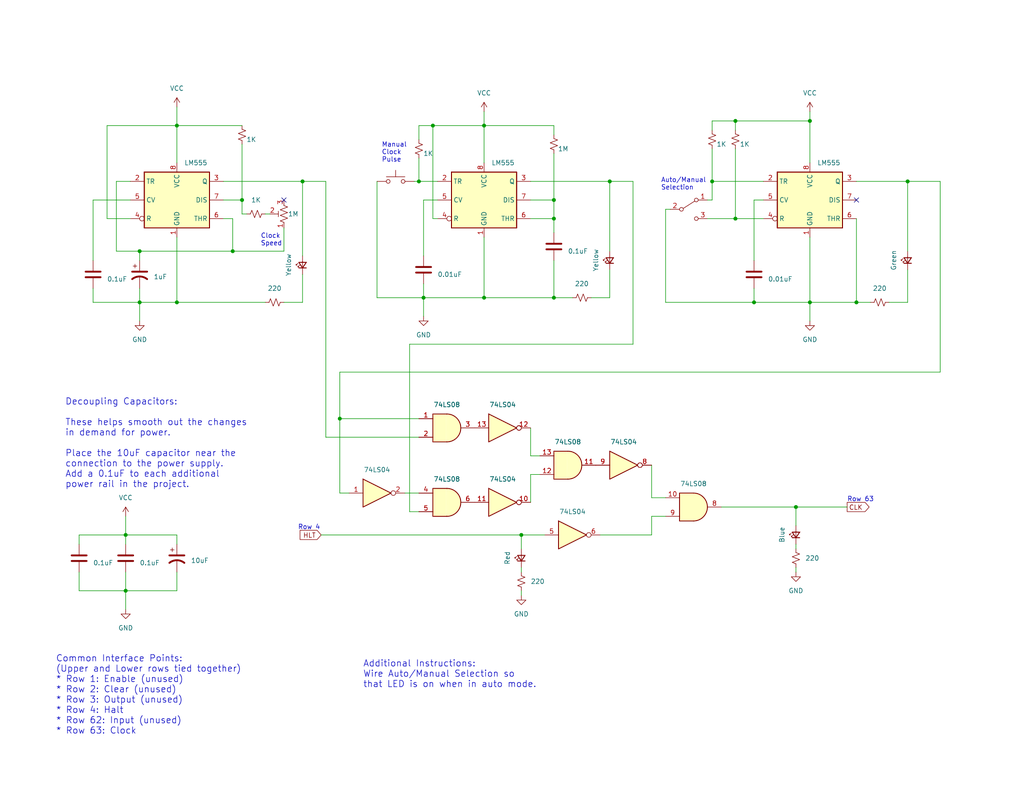
<source format=kicad_sch>
(kicad_sch (version 20211123) (generator eeschema)
  (paper "USLetter")
  (title_block (title "Clock Module") (date "2022-01-23"))
  (lib_symbols
    (symbol "74xx:74LS04"
      (property "Reference" "U" (at 0 1.27 0))
      (property "Value" "74LS04" (at 0 -1.27 0))
      (symbol "74LS04_1_0"
        (polyline (pts (xy -3.81 3.81) (xy -3.81 -3.81) (xy 3.81 0) (xy -3.81 3.81)) (stroke (width 0.254)) (fill (type background)))
        (pin input line (at -7.62 0 0) (length 3.81) (name "~") (number "1"))
        (pin output inverted (at 7.62 0 180) (length 3.81) (name "~") (number "2"))
      )
      (symbol "74LS04_2_0"
        (polyline (pts (xy -3.81 3.81) (xy -3.81 -3.81) (xy 3.81 0) (xy -3.81 3.81)) (stroke (width 0.254)) (fill (type background)))
        (pin input line (at -7.62 0 0) (length 3.81) (name "~") (number "3"))
        (pin output inverted (at 7.62 0 180) (length 3.81) (name "~") (number "4"))
      )
      (symbol "74LS04_3_0"
        (polyline (pts (xy -3.81 3.81) (xy -3.81 -3.81) (xy 3.81 0) (xy -3.81 3.81)) (stroke (width 0.254)) (fill (type background)))
        (pin input line (at -7.62 0 0) (length 3.81) (name "~") (number "5"))
        (pin output inverted (at 7.62 0 180) (length 3.81) (name "~") (number "6"))
      )
      (symbol "74LS04_4_0"
        (polyline (pts (xy -3.81 3.81) (xy -3.81 -3.81) (xy 3.81 0) (xy -3.81 3.81)) (stroke (width 0.254)) (fill (type background)))
        (pin output inverted (at 7.62 0 180) (length 3.81) (name "~") (number "8"))
        (pin input line (at -7.62 0 0) (length 3.81) (name "~") (number "9"))
      )
      (symbol "74LS04_5_0"
        (polyline (pts (xy -3.81 3.81) (xy -3.81 -3.81) (xy 3.81 0) (xy -3.81 3.81)) (stroke (width 0.254)) (fill (type background)))
        (pin output inverted (at 7.62 0 180) (length 3.81) (name "~") (number "10"))
        (pin input line (at -7.62 0 0) (length 3.81) (name "~") (number "11"))
      )
      (symbol "74LS04_6_0"
        (polyline (pts (xy -3.81 3.81) (xy -3.81 -3.81) (xy 3.81 0) (xy -3.81 3.81)) (stroke (width 0.254)) (fill (type background)))
        (pin output inverted (at 7.62 0 180) (length 3.81) (name "~") (number "12"))
        (pin input line (at -7.62 0 0) (length 3.81) (name "~") (number "13"))
      )
      (symbol "74LS04_7_0"
        (pin power_in line (at 0 12.7 270) (length 5.08) (name "VCC") (number "14"))
        (pin power_in line (at 0 -12.7 90) (length 5.08) (name "GND") (number "7"))
      )
      (symbol "74LS04_7_1"
        (rectangle (start -5.08 7.62) (end 5.08 -7.62) (stroke (width 0.254)) (fill (type background)))
      )
    )
    (symbol "74xx:74LS08" (pin_names (offset 1.016))
      (property "Reference" "U" (at 0 1.27 0))
      (property "Value" "74LS08" (at 0 -1.27 0))
      (symbol "74LS08_1_1"
        (arc (start 0 -3.81) (mid 3.81 0) (end 0 3.81) (stroke (width 0.254)) (fill (type background)))
        (polyline (pts (xy 0 3.81) (xy -3.81 3.81) (xy -3.81 -3.81) (xy 0 -3.81)) (stroke (width 0.254)) (fill (type background)))
        (pin input line (at -7.62 2.54 0) (length 3.81) (name "~") (number "1"))
        (pin input line (at -7.62 -2.54 0) (length 3.81) (name "~") (number "2"))
        (pin output line (at 7.62 0 180) (length 3.81) (name "~") (number "3"))
      )
      (symbol "74LS08_1_2"
        (arc (start -3.81 -3.81) (mid -2.589 0) (end -3.81 3.81) (stroke (width 0.254)))
        (arc (start -0.6096 -3.81) (mid 2.1855 -2.584) (end 3.81 0) (stroke (width 0.254)) (fill (type background)))
        (polyline (pts (xy -3.81 -3.81) (xy -0.635 -3.81)) (stroke (width 0.254)) (fill (type background)))
        (polyline (pts (xy -3.81 3.81) (xy -0.635 3.81)) (stroke (width 0.254)) (fill (type background)))
        (polyline (pts (xy -0.635 3.81) (xy -3.81 3.81) (xy -3.81 3.81) (xy -3.556 3.4036) (xy -3.0226 2.2606) (xy -2.6924 1.0414) (xy -2.6162 -0.254) (xy -2.7686 -1.4986) (xy -3.175 -2.7178) (xy -3.81 -3.81) (xy -3.81 -3.81) (xy -0.635 -3.81)) (stroke (width -25.4)) (fill (type background)))
        (arc (start 3.81 0) (mid 2.1928 2.5925) (end -0.6096 3.81) (stroke (width 0.254)) (fill (type background)))
        (pin input inverted (at -7.62 2.54 0) (length 4.318) (name "~") (number "1"))
        (pin input inverted (at -7.62 -2.54 0) (length 4.318) (name "~") (number "2"))
        (pin output inverted (at 7.62 0 180) (length 3.81) (name "~") (number "3"))
      )
      (symbol "74LS08_2_1"
        (arc (start 0 -3.81) (mid 3.81 0) (end 0 3.81) (stroke (width 0.254)) (fill (type background)))
        (polyline (pts (xy 0 3.81) (xy -3.81 3.81) (xy -3.81 -3.81) (xy 0 -3.81)) (stroke (width 0.254)) (fill (type background)))
        (pin input line (at -7.62 2.54 0) (length 3.81) (name "~") (number "4"))
        (pin input line (at -7.62 -2.54 0) (length 3.81) (name "~") (number "5"))
        (pin output line (at 7.62 0 180) (length 3.81) (name "~") (number "6"))
      )
      (symbol "74LS08_2_2"
        (arc (start -3.81 -3.81) (mid -2.589 0) (end -3.81 3.81) (stroke (width 0.254)))
        (arc (start -0.6096 -3.81) (mid 2.1855 -2.584) (end 3.81 0) (stroke (width 0.254)) (fill (type background)))
        (polyline (pts (xy -3.81 -3.81) (xy -0.635 -3.81)) (stroke (width 0.254)) (fill (type background)))
        (polyline (pts (xy -3.81 3.81) (xy -0.635 3.81)) (stroke (width 0.254)) (fill (type background)))
        (polyline (pts (xy -0.635 3.81) (xy -3.81 3.81) (xy -3.81 3.81) (xy -3.556 3.4036) (xy -3.0226 2.2606) (xy -2.6924 1.0414) (xy -2.6162 -0.254) (xy -2.7686 -1.4986) (xy -3.175 -2.7178) (xy -3.81 -3.81) (xy -3.81 -3.81) (xy -0.635 -3.81)) (stroke (width -25.4)) (fill (type background)))
        (arc (start 3.81 0) (mid 2.1928 2.5925) (end -0.6096 3.81) (stroke (width 0.254)) (fill (type background)))
        (pin input inverted (at -7.62 2.54 0) (length 4.318) (name "~") (number "4"))
        (pin input inverted (at -7.62 -2.54 0) (length 4.318) (name "~") (number "5"))
        (pin output inverted (at 7.62 0 180) (length 3.81) (name "~") (number "6"))
      )
      (symbol "74LS08_3_1"
        (arc (start 0 -3.81) (mid 3.81 0) (end 0 3.81) (stroke (width 0.254)) (fill (type background)))
        (polyline (pts (xy 0 3.81) (xy -3.81 3.81) (xy -3.81 -3.81) (xy 0 -3.81)) (stroke (width 0.254)) (fill (type background)))
        (pin input line (at -7.62 -2.54 0) (length 3.81) (name "~") (number "10"))
        (pin output line (at 7.62 0 180) (length 3.81) (name "~") (number "8"))
        (pin input line (at -7.62 2.54 0) (length 3.81) (name "~") (number "9"))
      )
      (symbol "74LS08_3_2"
        (arc (start -3.81 -3.81) (mid -2.589 0) (end -3.81 3.81) (stroke (width 0.254)))
        (arc (start -0.6096 -3.81) (mid 2.1855 -2.584) (end 3.81 0) (stroke (width 0.254)) (fill (type background)))
        (polyline (pts (xy -3.81 -3.81) (xy -0.635 -3.81)) (stroke (width 0.254)) (fill (type background)))
        (polyline (pts (xy -3.81 3.81) (xy -0.635 3.81)) (stroke (width 0.254)) (fill (type background)))
        (polyline (pts (xy -0.635 3.81) (xy -3.81 3.81) (xy -3.81 3.81) (xy -3.556 3.4036) (xy -3.0226 2.2606) (xy -2.6924 1.0414) (xy -2.6162 -0.254) (xy -2.7686 -1.4986) (xy -3.175 -2.7178) (xy -3.81 -3.81) (xy -3.81 -3.81) (xy -0.635 -3.81)) (stroke (width -25.4)) (fill (type background)))
        (arc (start 3.81 0) (mid 2.1928 2.5925) (end -0.6096 3.81) (stroke (width 0.254)) (fill (type background)))
        (pin input inverted (at -7.62 -2.54 0) (length 4.318) (name "~") (number "10"))
        (pin output inverted (at 7.62 0 180) (length 3.81) (name "~") (number "8"))
        (pin input inverted (at -7.62 2.54 0) (length 4.318) (name "~") (number "9"))
      )
      (symbol "74LS08_4_1"
        (arc (start 0 -3.81) (mid 3.81 0) (end 0 3.81) (stroke (width 0.254)) (fill (type background)))
        (polyline (pts (xy 0 3.81) (xy -3.81 3.81) (xy -3.81 -3.81) (xy 0 -3.81)) (stroke (width 0.254)) (fill (type background)))
        (pin output line (at 7.62 0 180) (length 3.81) (name "~") (number "11"))
        (pin input line (at -7.62 2.54 0) (length 3.81) (name "~") (number "12"))
        (pin input line (at -7.62 -2.54 0) (length 3.81) (name "~") (number "13"))
      )
      (symbol "74LS08_4_2"
        (arc (start -3.81 -3.81) (mid -2.589 0) (end -3.81 3.81) (stroke (width 0.254)))
        (arc (start -0.6096 -3.81) (mid 2.1855 -2.584) (end 3.81 0) (stroke (width 0.254)) (fill (type background)))
        (polyline (pts (xy -3.81 -3.81) (xy -0.635 -3.81)) (stroke (width 0.254)) (fill (type background)))
        (polyline (pts (xy -3.81 3.81) (xy -0.635 3.81)) (stroke (width 0.254)) (fill (type background)))
        (polyline (pts (xy -0.635 3.81) (xy -3.81 3.81) (xy -3.81 3.81) (xy -3.556 3.4036) (xy -3.0226 2.2606) (xy -2.6924 1.0414) (xy -2.6162 -0.254) (xy -2.7686 -1.4986) (xy -3.175 -2.7178) (xy -3.81 -3.81) (xy -3.81 -3.81) (xy -0.635 -3.81)) (stroke (width -25.4)) (fill (type background)))
        (arc (start 3.81 0) (mid 2.1928 2.5925) (end -0.6096 3.81) (stroke (width 0.254)) (fill (type background)))
        (pin output inverted (at 7.62 0 180) (length 3.81) (name "~") (number "11"))
        (pin input inverted (at -7.62 2.54 0) (length 4.318) (name "~") (number "12"))
        (pin input inverted (at -7.62 -2.54 0) (length 4.318) (name "~") (number "13"))
      )
      (symbol "74LS08_5_0"
        (pin power_in line (at 0 12.7 270) (length 5.08) (name "VCC") (number "14"))
        (pin power_in line (at 0 -12.7 90) (length 5.08) (name "GND") (number "7"))
      )
      (symbol "74LS08_5_1"
        (rectangle (start -5.08 7.62) (end 5.08 -7.62) (stroke (width 0.254)) (fill (type background)))
      )
    )
    (symbol "Device:C" (pin_numbers hide) (pin_names (offset 0.254))
      (property "Reference" "C" (at 0.635 2.54 0))
      (property "Value" "C" (at 0.635 -2.54 0))
      (symbol "C_0_1"
        (polyline (pts (xy -2.032 -0.762) (xy 2.032 -0.762)) (stroke (width 0.508)))
        (polyline (pts (xy -2.032 0.762) (xy 2.032 0.762)) (stroke (width 0.508)))
      )
      (symbol "C_1_1"
        (pin passive line (at 0 3.81 270) (length 2.794) (name "~") (number "1"))
        (pin passive line (at 0 -3.81 90) (length 2.794) (name "~") (number "2"))
      )
    )
    (symbol "Device:C_Polarized_US" (pin_numbers hide) (pin_names (offset 0.254) hide)
      (property "Reference" "C" (at 0.635 2.54 0))
      (property "Value" "C_Polarized_US" (at 0.635 -2.54 0))
      (symbol "C_Polarized_US_0_1"
        (polyline (pts (xy -2.032 0.762) (xy 2.032 0.762)) (stroke (width 0.508)))
        (polyline (pts (xy -1.778 2.286) (xy -0.762 2.286)))
        (polyline (pts (xy -1.27 1.778) (xy -1.27 2.794)))
        (arc (start 2.032 -1.27) (mid 0 -0.5572) (end -2.032 -1.27) (stroke (width 0.508)))
      )
      (symbol "C_Polarized_US_1_1"
        (pin passive line (at 0 3.81 270) (length 2.794) (name "~") (number "1"))
        (pin passive line (at 0 -3.81 90) (length 3.302) (name "~") (number "2"))
      )
    )
    (symbol "Device:LED_Small" (pin_numbers hide) (pin_names (offset 0.254) hide)
      (property "Reference" "D" (at -1.27 3.175 0))
      (property "Value" "LED_Small" (at -4.445 -2.54 0))
      (symbol "LED_Small_0_1"
        (polyline (pts (xy -0.762 -1.016) (xy -0.762 1.016)) (stroke (width 0.254)))
        (polyline (pts (xy 1.016 0) (xy -0.762 0)))
        (polyline (pts (xy 0.762 -1.016) (xy -0.762 0) (xy 0.762 1.016) (xy 0.762 -1.016)) (stroke (width 0.254)))
        (polyline (pts (xy 0 0.762) (xy -0.508 1.27) (xy -0.254 1.27) (xy -0.508 1.27) (xy -0.508 1.016)))
        (polyline (pts (xy 0.508 1.27) (xy 0 1.778) (xy 0.254 1.778) (xy 0 1.778) (xy 0 1.524)))
      )
      (symbol "LED_Small_1_1"
        (pin passive line (at -2.54 0 0) (length 1.778) (name "K") (number "1"))
        (pin passive line (at 2.54 0 180) (length 1.778) (name "A") (number "2"))
      )
    )
    (symbol "Device:R_Potentiometer_Trim_US" (pin_names (offset 1.016) hide)
      (property "Reference" "RV" (at -4.445 0 90))
      (property "Value" "R_Potentiometer_Trim_US" (at -2.54 0 90))
      (symbol "R_Potentiometer_Trim_US_0_1"
        (polyline (pts (xy 0 -2.286) (xy 0 -2.54)))
        (polyline (pts (xy 0 2.286) (xy 0 2.54)))
        (polyline (pts (xy 1.524 0.762) (xy 1.524 -0.762)))
        (polyline (pts (xy 2.54 0) (xy 1.524 0)))
        (polyline (pts (xy 0 -0.762) (xy 1.016 -1.143) (xy 0 -1.524) (xy -1.016 -1.905) (xy 0 -2.286)))
        (polyline (pts (xy 0 0.762) (xy 1.016 0.381) (xy 0 0) (xy -1.016 -0.381) (xy 0 -0.762)))
        (polyline (pts (xy 0 2.286) (xy 1.016 1.905) (xy 0 1.524) (xy -1.016 1.143) (xy 0 0.762)))
      )
      (symbol "R_Potentiometer_Trim_US_1_1"
        (pin passive line (at 0 3.81 270) (length 1.27) (name "1") (number "1"))
        (pin passive line (at 3.81 0 180) (length 1.27) (name "2") (number "2"))
        (pin passive line (at 0 -3.81 90) (length 1.27) (name "3") (number "3"))
      )
    )
    (symbol "Device:R_Small_US" (pin_numbers hide) (pin_names (offset 0.254) hide)
      (property "Reference" "R" (at 0.762 0.508 0))
      (property "Value" "R_Small_US" (at 0.762 -1.016 0))
      (symbol "R_Small_US_1_1"
        (polyline (pts (xy 0 0) (xy 1.016 -0.381) (xy 0 -0.762) (xy -1.016 -1.143) (xy 0 -1.524)))
        (polyline (pts (xy 0 1.524) (xy 1.016 1.143) (xy 0 0.762) (xy -1.016 0.381) (xy 0 0)))
        (pin passive line (at 0 2.54 270) (length 1.016) (name "~") (number "1"))
        (pin passive line (at 0 -2.54 90) (length 1.016) (name "~") (number "2"))
      )
    )
    (symbol "Switch:SW_Push" (pin_numbers hide) (pin_names (offset 1.016) hide)
      (property "Reference" "SW" (at 1.27 2.54 0))
      (property "Value" "SW_Push" (at 0 -1.524 0))
      (symbol "SW_Push_0_1"
        (circle (center -2.032 0) (radius 0.508))
        (polyline (pts (xy 0 1.27) (xy 0 3.048)))
        (polyline (pts (xy 2.54 1.27) (xy -2.54 1.27)))
        (circle (center 2.032 0) (radius 0.508))
        (pin passive line (at -5.08 0 0) (length 2.54) (name "1") (number "1"))
        (pin passive line (at 5.08 0 180) (length 2.54) (name "2") (number "2"))
      )
    )
    (symbol "Switch:SW_SPDT" (pin_names (offset 0) hide)
      (property "Reference" "SW" (at 0 4.318 0))
      (property "Value" "SW_SPDT" (at 0 -5.08 0))
      (symbol "SW_SPDT_0_0"
        (circle (center -2.032 0) (radius 0.508))
        (circle (center 2.032 -2.54) (radius 0.508))
      )
      (symbol "SW_SPDT_0_1"
        (polyline (pts (xy -1.524 0.254) (xy 1.651 2.286)))
        (circle (center 2.032 2.54) (radius 0.508))
      )
      (symbol "SW_SPDT_1_1"
        (pin passive line (at 5.08 2.54 180) (length 2.54) (name "A") (number "1"))
        (pin passive line (at -5.08 0 0) (length 2.54) (name "B") (number "2"))
        (pin passive line (at 5.08 -2.54 180) (length 2.54) (name "C") (number "3"))
      )
    )
    (symbol "Timer:LM555xM"
      (property "Reference" "U" (at -10.16 8.89 0))
      (property "Value" "LM555xM" (at 2.54 8.89 0))
      (symbol "LM555xM_0_0"
        (pin power_in line (at 0 -10.16 90) (length 2.54) (name "GND") (number "1"))
        (pin power_in line (at 0 10.16 270) (length 2.54) (name "VCC") (number "8"))
      )
      (symbol "LM555xM_0_1"
        (rectangle (start -8.89 -7.62) (end 8.89 7.62) (stroke (width 0.254)) (fill (type background)))
        (rectangle (start -8.89 -7.62) (end 8.89 7.62) (stroke (width 0.254)) (fill (type background)))
      )
      (symbol "LM555xM_1_1"
        (pin input line (at -12.7 5.08 0) (length 3.81) (name "TR") (number "2"))
        (pin output line (at 12.7 5.08 180) (length 3.81) (name "Q") (number "3"))
        (pin input inverted (at -12.7 -5.08 0) (length 3.81) (name "R") (number "4"))
        (pin input line (at -12.7 0 0) (length 3.81) (name "CV") (number "5"))
        (pin input line (at 12.7 -5.08 180) (length 3.81) (name "THR") (number "6"))
        (pin input line (at 12.7 0 180) (length 3.81) (name "DIS") (number "7"))
      )
    )
    (symbol "power:GND" (power) (pin_names (offset 0))
      (property "Value" "GND" (at 0 -3.81 0))
      (symbol "GND_0_1"
        (polyline (pts (xy 0 0) (xy 0 -1.27) (xy 1.27 -1.27) (xy 0 -2.54) (xy -1.27 -1.27) (xy 0 -1.27)))
      )
      (symbol "GND_1_1"
        (pin power_in line (at 0 0 270) (length 0) hide (name "GND") (number "1"))
      )
    )
    (symbol "power:VCC" (power) (pin_names (offset 0))
      (property "Value" "VCC" (at 0 3.81 0))
      (symbol "VCC_0_1"
        (polyline (pts (xy -0.762 1.27) (xy 0 2.54)))
        (polyline (pts (xy 0 0) (xy 0 2.54)))
        (polyline (pts (xy 0 2.54) (xy 0.762 1.27)))
      )
      (symbol "VCC_1_1"
        (pin power_in line (at 0 0 90) (length 0) hide (name "VCC") (number "1"))
      )
    )
  )
  (junction (at 151.13 81.28))
  (junction (at 132.08 34.29))
  (junction (at 151.13 54.61))
  (junction (at 151.13 59.69))
  (junction (at 38.1 82.55))
  (junction (at 63.5 68.58))
  (junction (at 247.65 49.53))
  (junction (at 200.66 33.02))
  (junction (at 142.24 146.05))
  (junction (at 220.98 82.55))
  (junction (at 66.04 54.61))
  (junction (at 92.71 114.3))
  (junction (at 48.26 82.55))
  (junction (at 34.29 161.29))
  (junction (at 220.98 33.02))
  (junction (at 205.74 82.55))
  (junction (at 34.29 146.05))
  (junction (at 166.37 49.53))
  (junction (at 132.08 81.28))
  (junction (at 217.17 138.43))
  (junction (at 38.1 68.58))
  (junction (at 114.3 49.53))
  (junction (at 200.66 59.69))
  (junction (at 48.26 34.29))
  (junction (at 82.55 49.53))
  (junction (at 115.57 81.28))
  (junction (at 233.68 82.55))
  (junction (at 118.11 34.29))
  (junction (at 194.31 49.53))
  (no_connect (at 233.68 54.61))
  (no_connect (at 77.47 54.61))
  (wire (pts (xy 21.59 156.21) (xy 21.59 161.29)))
  (wire (pts (xy 194.31 49.53) (xy 208.28 49.53)))
  (wire (pts (xy 163.83 146.05) (xy 177.8 146.05)))
  (wire (pts (xy 220.98 82.55) (xy 220.98 87.63)))
  (wire (pts (xy 38.1 82.55) (xy 38.1 87.63)))
  (wire (pts (xy 114.3 49.53) (xy 119.38 49.53)))
  (wire (pts (xy 144.78 54.61) (xy 151.13 54.61)))
  (wire (pts (xy 132.08 34.29) (xy 132.08 44.45)))
  (wire (pts (xy 115.57 81.28) (xy 132.08 81.28)))
  (wire (pts (xy 60.96 49.53) (xy 82.55 49.53)))
  (wire (pts (xy 115.57 77.47) (xy 115.57 81.28)))
  (wire (pts (xy 25.4 78.74) (xy 25.4 82.55)))
  (wire (pts (xy 60.96 54.61) (xy 66.04 54.61)))
  (wire (pts (xy 233.68 82.55) (xy 237.49 82.55)))
  (wire (pts (xy 60.96 59.69) (xy 63.5 59.69)))
  (wire (pts (xy 144.78 129.54) (xy 147.32 129.54)))
  (wire (pts (xy 256.54 49.53) (xy 256.54 101.6)))
  (wire (pts (xy 35.56 59.69) (xy 29.21 59.69)))
  (wire (pts (xy 205.74 54.61) (xy 205.74 71.12)))
  (wire (pts (xy 177.8 127) (xy 177.8 135.89)))
  (wire (pts (xy 142.24 146.05) (xy 148.59 146.05)))
  (wire (pts (xy 21.59 161.29) (xy 34.29 161.29)))
  (wire (pts (xy 151.13 41.91) (xy 151.13 54.61)))
  (wire (pts (xy 38.1 68.58) (xy 38.1 71.12)))
  (wire (pts (xy 200.66 33.02) (xy 220.98 33.02)))
  (wire (pts (xy 193.04 59.69) (xy 200.66 59.69)))
  (wire (pts (xy 247.65 68.58) (xy 247.65 49.53)))
  (wire (pts (xy 102.87 49.53) (xy 102.87 81.28)))
  (wire (pts (xy 114.3 38.1) (xy 114.3 34.29)))
  (wire (pts (xy 118.11 34.29) (xy 132.08 34.29)))
  (wire (pts (xy 25.4 82.55) (xy 38.1 82.55)))
  (wire (pts (xy 88.9 119.38) (xy 88.9 49.53)))
  (wire (pts (xy 25.4 54.61) (xy 25.4 71.12)))
  (wire (pts (xy 72.39 58.42) (xy 73.66 58.42)))
  (wire (pts (xy 66.04 34.29) (xy 48.26 34.29)))
  (wire (pts (xy 35.56 54.61) (xy 25.4 54.61)))
  (wire (pts (xy 38.1 82.55) (xy 48.26 82.55)))
  (wire (pts (xy 21.59 148.59) (xy 21.59 146.05)))
  (wire (pts (xy 115.57 54.61) (xy 115.57 69.85)))
  (wire (pts (xy 217.17 154.94) (xy 217.17 156.21)))
  (wire (pts (xy 82.55 74.93) (xy 82.55 82.55)))
  (wire (pts (xy 92.71 101.6) (xy 256.54 101.6)))
  (wire (pts (xy 114.3 34.29) (xy 118.11 34.29)))
  (wire (pts (xy 208.28 54.61) (xy 205.74 54.61)))
  (wire (pts (xy 114.3 43.18) (xy 114.3 49.53)))
  (wire (pts (xy 115.57 81.28) (xy 115.57 86.36)))
  (wire (pts (xy 118.11 59.69) (xy 119.38 59.69)))
  (wire (pts (xy 144.78 49.53) (xy 166.37 49.53)))
  (wire (pts (xy 63.5 59.69) (xy 63.5 68.58)))
  (wire (pts (xy 182.88 57.15) (xy 181.61 57.15)))
  (wire (pts (xy 172.72 93.98) (xy 111.76 93.98)))
  (wire (pts (xy 220.98 33.02) (xy 220.98 44.45)))
  (wire (pts (xy 217.17 148.59) (xy 217.17 149.86)))
  (wire (pts (xy 29.21 59.69) (xy 29.21 34.29)))
  (wire (pts (xy 38.1 78.74) (xy 38.1 82.55)))
  (wire (pts (xy 177.8 135.89) (xy 181.61 135.89)))
  (wire (pts (xy 233.68 59.69) (xy 233.68 82.55)))
  (wire (pts (xy 111.76 93.98) (xy 111.76 139.7)))
  (wire (pts (xy 132.08 30.48) (xy 132.08 34.29)))
  (wire (pts (xy 92.71 114.3) (xy 114.3 114.3)))
  (wire (pts (xy 110.49 134.62) (xy 114.3 134.62)))
  (wire (pts (xy 119.38 54.61) (xy 115.57 54.61)))
  (wire (pts (xy 151.13 81.28) (xy 156.21 81.28)))
  (wire (pts (xy 29.21 34.29) (xy 48.26 34.29)))
  (wire (pts (xy 66.04 39.37) (xy 66.04 54.61)))
  (wire (pts (xy 48.26 156.21) (xy 48.26 161.29)))
  (wire (pts (xy 194.31 49.53) (xy 194.31 54.61)))
  (wire (pts (xy 92.71 114.3) (xy 92.71 134.62)))
  (wire (pts (xy 77.47 62.23) (xy 77.47 68.58)))
  (wire (pts (xy 144.78 137.16) (xy 144.78 129.54)))
  (wire (pts (xy 194.31 33.02) (xy 200.66 33.02)))
  (wire (pts (xy 144.78 124.46) (xy 147.32 124.46)))
  (wire (pts (xy 111.76 139.7) (xy 114.3 139.7)))
  (wire (pts (xy 132.08 64.77) (xy 132.08 81.28)))
  (wire (pts (xy 132.08 34.29) (xy 151.13 34.29)))
  (wire (pts (xy 48.26 64.77) (xy 48.26 82.55)))
  (wire (pts (xy 166.37 49.53) (xy 166.37 68.58)))
  (wire (pts (xy 220.98 30.48) (xy 220.98 33.02)))
  (wire (pts (xy 205.74 78.74) (xy 205.74 82.55)))
  (wire (pts (xy 31.75 68.58) (xy 38.1 68.58)))
  (wire (pts (xy 34.29 140.97) (xy 34.29 146.05)))
  (wire (pts (xy 151.13 59.69) (xy 151.13 63.5)))
  (wire (pts (xy 194.31 40.64) (xy 194.31 49.53)))
  (wire (pts (xy 181.61 82.55) (xy 205.74 82.55)))
  (wire (pts (xy 151.13 54.61) (xy 151.13 59.69)))
  (wire (pts (xy 177.8 146.05) (xy 177.8 140.97)))
  (wire (pts (xy 196.85 138.43) (xy 217.17 138.43)))
  (wire (pts (xy 242.57 82.55) (xy 247.65 82.55)))
  (wire (pts (xy 77.47 68.58) (xy 63.5 68.58)))
  (wire (pts (xy 66.04 54.61) (xy 66.04 58.42)))
  (wire (pts (xy 200.66 40.64) (xy 200.66 59.69)))
  (wire (pts (xy 200.66 59.69) (xy 208.28 59.69)))
  (wire (pts (xy 205.74 82.55) (xy 220.98 82.55)))
  (wire (pts (xy 102.87 81.28) (xy 115.57 81.28)))
  (wire (pts (xy 161.29 81.28) (xy 166.37 81.28)))
  (wire (pts (xy 82.55 49.53) (xy 88.9 49.53)))
  (wire (pts (xy 82.55 49.53) (xy 82.55 69.85)))
  (wire (pts (xy 48.26 34.29) (xy 48.26 44.45)))
  (wire (pts (xy 220.98 82.55) (xy 233.68 82.55)))
  (wire (pts (xy 48.26 161.29) (xy 34.29 161.29)))
  (wire (pts (xy 34.29 161.29) (xy 34.29 166.37)))
  (wire (pts (xy 31.75 49.53) (xy 31.75 68.58)))
  (wire (pts (xy 217.17 138.43) (xy 231.14 138.43)))
  (wire (pts (xy 151.13 34.29) (xy 151.13 36.83)))
  (wire (pts (xy 217.17 138.43) (xy 217.17 143.51)))
  (wire (pts (xy 142.24 154.94) (xy 142.24 156.21)))
  (wire (pts (xy 194.31 35.56) (xy 194.31 33.02)))
  (wire (pts (xy 132.08 81.28) (xy 151.13 81.28)))
  (wire (pts (xy 92.71 101.6) (xy 92.71 114.3)))
  (wire (pts (xy 177.8 140.97) (xy 181.61 140.97)))
  (wire (pts (xy 118.11 34.29) (xy 118.11 59.69)))
  (wire (pts (xy 181.61 57.15) (xy 181.61 82.55)))
  (wire (pts (xy 142.24 146.05) (xy 142.24 149.86)))
  (wire (pts (xy 34.29 146.05) (xy 34.29 148.59)))
  (wire (pts (xy 34.29 156.21) (xy 34.29 161.29)))
  (wire (pts (xy 172.72 49.53) (xy 172.72 93.98)))
  (wire (pts (xy 220.98 64.77) (xy 220.98 82.55)))
  (wire (pts (xy 48.26 82.55) (xy 72.39 82.55)))
  (wire (pts (xy 166.37 73.66) (xy 166.37 81.28)))
  (wire (pts (xy 233.68 49.53) (xy 247.65 49.53)))
  (wire (pts (xy 151.13 71.12) (xy 151.13 81.28)))
  (wire (pts (xy 63.5 68.58) (xy 38.1 68.58)))
  (wire (pts (xy 66.04 58.42) (xy 67.31 58.42)))
  (wire (pts (xy 48.26 29.21) (xy 48.26 34.29)))
  (wire (pts (xy 77.47 82.55) (xy 82.55 82.55)))
  (wire (pts (xy 247.65 73.66) (xy 247.65 82.55)))
  (wire (pts (xy 166.37 49.53) (xy 172.72 49.53)))
  (wire (pts (xy 142.24 161.29) (xy 142.24 162.56)))
  (wire (pts (xy 113.03 49.53) (xy 114.3 49.53)))
  (wire (pts (xy 114.3 119.38) (xy 88.9 119.38)))
  (wire (pts (xy 35.56 49.53) (xy 31.75 49.53)))
  (wire (pts (xy 48.26 146.05) (xy 34.29 146.05)))
  (wire (pts (xy 247.65 49.53) (xy 256.54 49.53)))
  (wire (pts (xy 87.63 146.05) (xy 142.24 146.05)))
  (wire (pts (xy 144.78 59.69) (xy 151.13 59.69)))
  (wire (pts (xy 144.78 116.84) (xy 144.78 124.46)))
  (wire (pts (xy 48.26 148.59) (xy 48.26 146.05)))
  (wire (pts (xy 193.04 54.61) (xy 194.31 54.61)))
  (wire (pts (xy 200.66 35.56) (xy 200.66 33.02)))
  (wire (pts (xy 92.71 134.62) (xy 95.25 134.62)))
  (wire (pts (xy 21.59 146.05) (xy 34.29 146.05)))
  (text "Row 63" (at 231.14 137.16 0) (effects (font (size 1.27 1.27)) (justify left bottom)))
  (text "Manual\nClock\nPulse" (at 104.14 44.45 0) (effects (font (size 1.27 1.27)) (justify left bottom)))
  (text "Clock\nSpeed" (at 71.12 67.31 0) (effects (font (size 1.27 1.27)) (justify left bottom)))
  (text "Common Interface Points:\n(Upper and Lower rows tied together)\n* Row 1: Enable (unused)\n* Row 2: Clear (unused)\n* Row 3: Output (unused)\n* Row 4: Halt\n* Row 62: Input (unused)\n* Row 63: Clock" (at 15.24 200.66 0) (effects (font (size 1.75 1.75)) (justify left bottom)))
  (text "Decoupling Capacitors:\n\nThese helps smooth out the changes\nin demand for power.\n\nPlace the 10uF capacitor near the \nconnection to the power supply. \nAdd a 0.1uF to each additional \npower rail in the project." (at 17.78 133.35 0) (effects (font (size 1.75 1.75)) (justify left bottom)))
  (text "Additional Instructions:\nWire Auto/Manual Selection so \nthat LED is on when in auto mode." (at 99.06 187.96 0) (effects (font (size 1.75 1.75)) (justify left bottom)))
  (text "Auto/Manual\nSelection" (at 180.34 52.07 0) (effects (font (size 1.27 1.27)) (justify left bottom)))
  (text "Row 4" (at 81.28 144.78 0) (effects (font (size 1.27 1.27)) (justify left bottom)))
  (global_label "HLT" (shape input) (at 87.63 146.05 180) (property "Intersheet References" "${INTERSHEET_REFS}" (effects hide)))
  (global_label "CLK" (shape output) (at 231.14 138.43 0) (property "Intersheet References" "${INTERSHEET_REFS}" (effects hide)))
  (symbol (lib_id "power:GND") (at 142.24 162.56 0) (unit 1)
    (property "Reference" "#PWR0107" (effects hide))
    (property "Value" "GND" (at 142.24 167.64 0))
  )
  (symbol (lib_id "Device:R_Small_US") (at 217.17 152.4 180) (unit 1)
    (property "Reference" "R10" (effects hide))
    (property "Value" "220" (at 219.71 152.3999 0) (effects (justify right)))
  )
  (symbol (lib_id "Device:LED_Small") (at 166.37 71.12 90) (unit 1)
    (property "Reference" "D3" (effects hide))
    (property "Value" "Yellow" (at 162.56 71.0565 0))
  )
  (symbol (lib_id "Device:C") (at 34.29 152.4 0) (unit 1)
    (property "Reference" "C7" (effects hide))
    (property "Value" "0.1uF" (at 38.1 153.6699 0) (effects (justify left)))
  )
  (symbol (lib_id "power:GND") (at 220.98 87.63 0) (unit 1)
    (property "Reference" "#PWR0105" (effects hide))
    (property "Value" "GND" (at 220.98 92.71 0))
  )
  (symbol (lib_id "Device:R_Small_US") (at 158.75 81.28 90) (unit 1)
    (property "Reference" "R7" (effects hide))
    (property "Value" "220" (at 158.75 77.47 90))
  )
  (symbol (lib_id "74xx:74LS08") (at 121.92 137.16 0) (unit 2)
    (property "Reference" "U3" (effects hide))
    (property "Value" "74LS08" (at 121.92 130.81 0))
    (property "Datasheet" "http://www.ti.com/lit/gpn/sn74LS08" (effects hide))
  )
  (symbol (lib_id "74xx:74LS04") (at 102.87 134.62 0) (unit 1)
    (property "Reference" "U2" (effects hide))
    (property "Value" "74LS04" (at 102.87 128.27 0))
    (property "Datasheet" "http://www.ti.com/lit/gpn/sn74LS04" (effects hide))
  )
  (symbol (lib_id "Device:R_Small_US") (at 200.66 38.1 0) (unit 1)
    (property "Reference" "R9" (effects hide))
    (property "Value" "1K" (at 203.2 39.3699 0))
  )
  (symbol (lib_id "power:VCC") (at 48.26 29.21 0) (unit 1)
    (property "Reference" "#PWR0102" (effects hide))
    (property "Value" "VCC" (at 48.26 24.13 0))
  )
  (symbol (lib_id "Device:C") (at 21.59 152.4 0) (unit 1)
    (property "Reference" "C6" (effects hide))
    (property "Value" "0.1uF" (at 25.4 153.6699 0) (effects (justify left)))
  )
  (symbol (lib_id "Device:LED_Small") (at 247.65 71.12 90) (unit 1)
    (property "Reference" "D5" (effects hide))
    (property "Value" "Green" (at 243.84 71.0565 0))
  )
  (symbol (lib_id "power:VCC") (at 34.29 140.97 0) (unit 1)
    (property "Reference" "#PWR01" (effects hide))
    (property "Value" "VCC" (at 34.29 135.89 0))
  )
  (symbol (lib_id "74xx:74LS08") (at 154.94 127 0) (mirror x) (unit 4)
    (property "Reference" "U3" (effects hide))
    (property "Value" "74LS08" (at 154.94 120.65 0))
    (property "Datasheet" "http://www.ti.com/lit/gpn/sn74LS08" (effects hide))
  )
  (symbol (lib_id "Device:R_Small_US") (at 194.31 38.1 0) (unit 1)
    (property "Reference" "R8" (effects hide))
    (property "Value" "1K" (at 196.85 39.3699 0))
  )
  (symbol (lib_id "74xx:74LS08") (at 121.92 116.84 0) (unit 1)
    (property "Reference" "U3" (effects hide))
    (property "Value" "74LS08" (at 121.92 110.49 0))
    (property "Datasheet" "http://www.ti.com/lit/gpn/sn74LS08" (effects hide))
  )
  (symbol (lib_id "74xx:74LS08") (at 189.23 138.43 0) (mirror x) (unit 3)
    (property "Reference" "U3" (effects hide))
    (property "Value" "74LS08" (at 189.23 132.08 0))
    (property "Datasheet" "http://www.ti.com/lit/gpn/sn74LS08" (effects hide))
  )
  (symbol (lib_id "Device:R_Small_US") (at 240.03 82.55 90) (unit 1)
    (property "Reference" "R11" (effects hide))
    (property "Value" "220" (at 240.03 78.74 90))
  )
  (symbol (lib_id "74xx:74LS04") (at 137.16 137.16 0) (unit 5)
    (property "Reference" "U2" (effects hide))
    (property "Value" "74LS04" (at 137.16 130.81 0))
    (property "Datasheet" "http://www.ti.com/lit/gpn/sn74LS04" (effects hide))
  )
  (symbol (lib_id "Device:R_Small_US") (at 66.04 36.83 0) (unit 1)
    (property "Reference" "R1" (effects hide))
    (property "Value" "1K" (at 68.58 38.0999 0))
  )
  (symbol (lib_id "74xx:74LS04") (at 170.18 127 0) (unit 4)
    (property "Reference" "U2" (effects hide))
    (property "Value" "74LS04" (at 170.18 120.65 0))
    (property "Datasheet" "http://www.ti.com/lit/gpn/sn74LS04" (effects hide))
  )
  (symbol (lib_id "Device:LED_Small") (at 142.24 152.4 90) (unit 1)
    (property "Reference" "D2" (effects hide))
    (property "Value" "Red" (at 138.43 152.3365 0))
  )
  (symbol (lib_id "power:VCC") (at 132.08 30.48 0) (unit 1)
    (property "Reference" "#PWR0104" (effects hide))
    (property "Value" "VCC" (at 132.08 25.4 0))
  )
  (symbol (lib_id "Device:R_Small_US") (at 74.93 82.55 90) (unit 1)
    (property "Reference" "R3" (effects hide))
    (property "Value" "220" (at 74.93 78.74 90))
  )
  (symbol (lib_id "Device:R_Small_US") (at 151.13 39.37 0) (unit 1)
    (property "Reference" "R6" (effects hide))
    (property "Value" "1M" (at 153.67 40.6399 0))
  )
  (symbol (lib_id "power:VCC") (at 220.98 30.48 0) (unit 1)
    (property "Reference" "#PWR0106" (effects hide))
    (property "Value" "VCC" (at 220.98 25.4 0))
  )
  (symbol (lib_id "Device:C") (at 115.57 73.66 0) (unit 1)
    (property "Reference" "C3" (effects hide))
    (property "Value" "0.01uF" (at 119.38 74.9299 0) (effects (justify left)))
  )
  (symbol (lib_id "74xx:74LS04") (at 137.16 116.84 0) (unit 6)
    (property "Reference" "U2" (effects hide))
    (property "Value" "74LS04" (at 137.16 110.49 0))
    (property "Datasheet" "http://www.ti.com/lit/gpn/sn74LS04" (effects hide))
  )
  (symbol (lib_id "Device:R_Small_US") (at 69.85 58.42 90) (unit 1)
    (property "Reference" "R2" (effects hide))
    (property "Value" "1K" (at 69.85 54.61 90))
  )
  (symbol (lib_id "Device:LED_Small") (at 82.55 72.39 90) (unit 1)
    (property "Reference" "D1" (effects hide))
    (property "Value" "Yellow" (at 78.74 72.3265 0))
  )
  (symbol (lib_id "74xx:74LS04") (at 156.21 146.05 0) (unit 3)
    (property "Reference" "U2" (effects hide))
    (property "Value" "74LS04" (at 156.21 139.7 0))
    (property "Datasheet" "http://www.ti.com/lit/gpn/sn74LS04" (effects hide))
  )
  (symbol (lib_id "Switch:SW_Push") (at 107.95 49.53 0) (unit 1)
    (property "Reference" "SW1" (effects hide))
    (property "Value" "SW_Push" (effects hide))
  )
  (symbol (lib_id "Device:LED_Small") (at 217.17 146.05 90) (unit 1)
    (property "Reference" "D4" (effects hide))
    (property "Value" "Blue" (at 213.36 145.9865 0))
  )
  (symbol (lib_id "Device:C") (at 151.13 67.31 0) (unit 1)
    (property "Reference" "C4" (effects hide))
    (property "Value" "0.1uF" (at 154.94 68.5799 0) (effects (justify left)))
  )
  (symbol (lib_id "Device:C") (at 205.74 74.93 0) (unit 1)
    (property "Reference" "C5" (effects hide))
    (property "Value" "0.01uF" (at 209.55 76.1999 0) (effects (justify left)))
  )
  (symbol (lib_id "power:GND") (at 217.17 156.21 0) (unit 1)
    (property "Reference" "#PWR0108" (effects hide))
    (property "Value" "GND" (at 217.17 161.29 0))
  )
  (symbol (lib_id "Timer:LM555xM") (at 220.98 54.61 0) (unit 1)
    (property "Reference" "U5" (effects hide))
    (property "Value" "LM555" (at 222.9994 44.45 0) (effects (justify left)))
    (property "Footprint" "Package_SO:SOIC-8_3.9x4.9mm_P1.27mm" (effects hide))
    (property "Datasheet" "http://www.ti.com/lit/ds/symlink/lm555.pdf" (effects hide))
  )
  (symbol (lib_id "Switch:SW_SPDT") (at 187.96 57.15 0) (unit 1)
    (property "Reference" "SW2" (effects hide))
    (property "Value" "SW_SPDT" (effects hide))
  )
  (symbol (lib_id "Device:R_Small_US") (at 114.3 40.64 0) (unit 1)
    (property "Reference" "R4" (effects hide))
    (property "Value" "1K" (at 116.84 41.9099 0))
  )
  (symbol (lib_id "power:GND") (at 34.29 166.37 0) (unit 1)
    (property "Reference" "#PWR02" (effects hide))
    (property "Value" "GND" (at 34.29 171.45 0))
  )
  (symbol (lib_id "Device:R_Small_US") (at 142.24 158.75 180) (unit 1)
    (property "Reference" "R5" (effects hide))
    (property "Value" "220" (at 144.78 158.7499 0) (effects (justify right)))
  )
  (symbol (lib_id "Timer:LM555xM") (at 48.26 54.61 0) (unit 1)
    (property "Reference" "U1" (effects hide))
    (property "Value" "LM555" (at 50.2794 44.45 0) (effects (justify left)))
    (property "Footprint" "Package_SO:SOIC-8_3.9x4.9mm_P1.27mm" (effects hide))
    (property "Datasheet" "http://www.ti.com/lit/ds/symlink/lm555.pdf" (effects hide))
  )
  (symbol (lib_id "power:GND") (at 115.57 86.36 0) (unit 1)
    (property "Reference" "#PWR0103" (effects hide))
    (property "Value" "GND" (at 115.57 91.44 0))
  )
  (symbol (lib_id "Device:C_Polarized_US") (at 48.26 152.4 0) (unit 1)
    (property "Reference" "C8" (effects hide))
    (property "Value" "10uF" (at 52.07 153.0349 0) (effects (justify left)))
  )
  (symbol (lib_id "Device:C") (at 25.4 74.93 0) (unit 1)
    (property "Reference" "C1" (effects hide))
    (property "Value" "0.1uF" (at 29.21 76.1999 0) (effects (justify left)))
  )
  (symbol (lib_id "Device:R_Potentiometer_Trim_US") (at 77.47 58.42 180) (unit 1)
    (property "Reference" "RV1" (effects hide))
    (property "Value" "1M" (at 80.01 58.4199 0))
  )
  (symbol (lib_id "Device:C_Polarized_US") (at 38.1 74.93 0) (unit 1)
    (property "Reference" "C2" (effects hide))
    (property "Value" "1uF" (at 41.91 75.5649 0) (effects (justify left)))
  )
  (symbol (lib_id "power:GND") (at 38.1 87.63 0) (unit 1)
    (property "Reference" "#PWR0101" (effects hide))
    (property "Value" "GND" (at 38.1 92.71 0))
  )
  (symbol (lib_id "Timer:LM555xM") (at 132.08 54.61 0) (unit 1)
    (property "Reference" "U4" (effects hide))
    (property "Value" "LM555" (at 134.0994 44.45 0) (effects (justify left)))
    (property "Footprint" "Package_SO:SOIC-8_3.9x4.9mm_P1.27mm" (effects hide))
    (property "Datasheet" "http://www.ti.com/lit/ds/symlink/lm555.pdf" (effects hide))
  )
)
</source>
